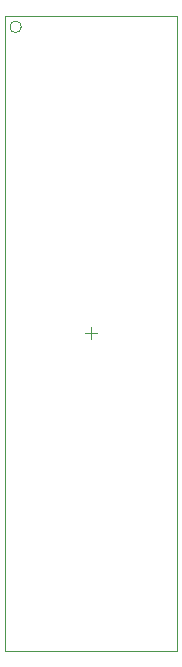
<source format=gm1>
%FSTAX23Y23*%
%MOIN*%
%SFA1B1*%

%IPPOS*%
%ADD16C,0.003940*%
G54D16*
X05667Y04721D02*
D01*
D01*
G75*
G03X05628I-00019J0D01*
G74*G01*
D01*
G75*
G03X05667I00019J0D01*
G74*G01*
X05612Y02642D02*
Y04757D01*
X06187Y02642D02*
Y04757D01*
X05612D02*
X06187D01*
X05612Y02642D02*
X06187D01*
X0588Y037D02*
X05919D01*
X059Y0368D02*
Y03719D01*
M02*
</source>
